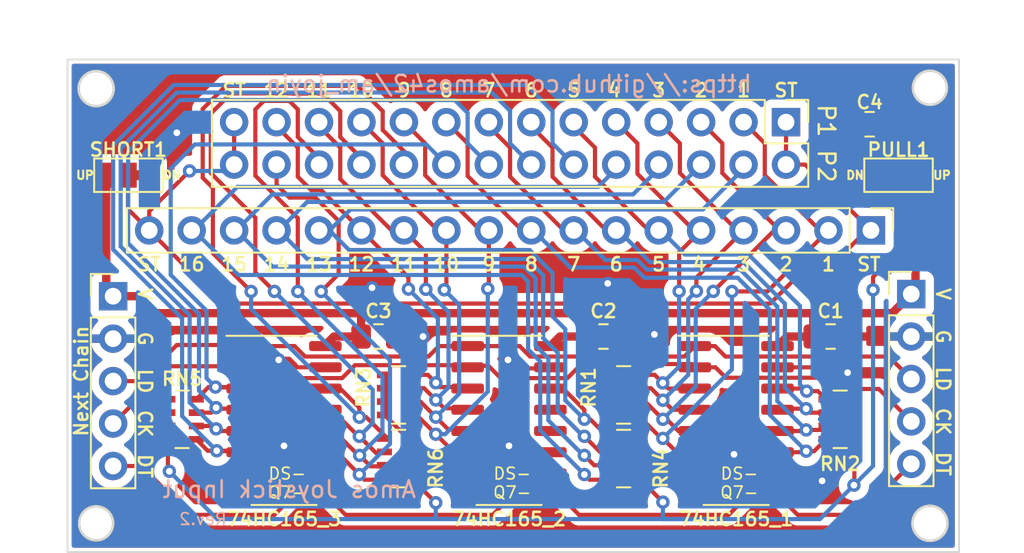
<source format=kicad_pcb>
(kicad_pcb (version 20221018) (generator pcbnew)
  (title_block (title "Joystick Input") (rev "2") (company "Amos Home"))
  (layers (0 "F.Cu" signal) (31 "B.Cu" signal) (34 "B.Paste" user) (35 "F.Paste" user) (36 "B.SilkS" user "B.Silkscreen") (37 "F.SilkS" user "F.Silkscreen") (38 "B.Mask" user) (39 "F.Mask" user) (44 "Edge.Cuts" user))
  (net 0 "")
  (net 1 "/PULL")
  (net 2 "VCC")
  (net 3 "GND")
  (net 4 "/D_IN")
  (net 5 "/D_OUT")
  (net 6 "/LOAD")
  (net 7 "/CLK")
  (net 8 "/C_P1_START")
  (net 9 "/C_P1_SELECT")
  (net 10 "/C_P1_A")
  (net 11 "/C_P1_B")
  (net 12 "/C_P1_UP")
  (net 13 "/C_P1_DOWN")
  (net 14 "/C_P1_LEFT")
  (net 15 "/C_P1_RIGHT")
  (net 16 "/C_P1_X")
  (net 17 "/C_P1_Y")
  (net 18 "/C_P1_L")
  (net 19 "/C_P1_R")
  (net 20 "/C_P2_START")
  (net 21 "/C_P2_SELECT")
  (net 22 "/C_P2_A")
  (net 23 "/C_P2_B")
  (net 24 "/C_P2_UP")
  (net 25 "/C_P2_DOWN")
  (net 26 "/C_P2_LEFT")
  (net 27 "/C_P2_RIGHT")
  (net 28 "/C_P2_X")
  (net 29 "/C_P2_Y")
  (net 30 "/C_P2_L")
  (net 31 "/C_P2_R")
  (net 32 "/C_SHORT")
  (net 33 "/D_OUT_2")
  (net 34 "/D_OUT_3")
  (footprint "Connector_PinHeader_2.54mm:PinHeader_1x05_P2.54mm_Vertical" (layer "F.Cu") (at 182.753 97.9424)
    (fp_text reference "OUT1" hide)
    (fp_text value "Conn_01x05_Male")
  )
  (footprint "Connector_PinHeader_2.54mm:PinHeader_2x14_P2.54mm_Vertical" (layer "F.Cu") (at 175.26 87.6554 -90)
    (fp_text reference "J2" hide)
    (fp_text value "Conn_02x14_Odd_Even")
  )
  (footprint "Resistor_SMD:R_Array_Concave_4x0603" (layer "F.Cu") (at 178.4985 105.4354 180)
    (fp_text reference "RN2")
    (fp_text value "10K")
  )
  (footprint "Resistor_SMD:R_Array_Concave_4x0603" (layer "F.Cu") (at 165.5445 103.9749)
    (fp_text reference "RN1")
    (fp_text value "10K")
  )
  (footprint "Resistor_SMD:R_Array_Concave_4x0603" (layer "F.Cu") (at 165.5445 107.7849 180)
    (fp_text reference "RN4")
    (fp_text value "10K")
  )
  (footprint "Resistor_SMD:R_Array_Concave_4x0603" (layer "F.Cu") (at 139.1285 105.4354)
    (fp_text reference "RN5")
    (fp_text value "10K")
  )
  (footprint "Resistor_SMD:R_Array_Concave_4x0603" (layer "F.Cu") (at 152.0825 103.9749)
    (fp_text reference "RN3")
    (fp_text value "10K")
  )
  (footprint "Connector_PinHeader_2.54mm:PinHeader_1x05_P2.54mm_Vertical" (layer "F.Cu") (at 135.001 98.0694)
    (fp_text reference "IN1" hide)
    (fp_text value "Conn_01x05_Male")
  )
  (footprint "Connector_PinHeader_2.54mm:PinHeader_1x18_P2.54mm_Vertical" (layer "F.Cu") (at 180.34 94.1324 -90)
    (fp_text reference "J1" hide)
    (fp_text value "Conn_01x18")
  )
  (footprint "Capacitor_SMD:C_0805_2012Metric_Pad1.18x1.45mm_HandSolder" (layer "F.Cu") (at 177.927 100.4824)
    (fp_text reference "C1")
    (fp_text value "100nF")
  )
  (footprint "Package_SO:SOIC-16_3.9x9.9mm_P1.27mm" (layer "F.Cu") (at 172.2755 105.4989)
    (fp_text reference "74HC165_1")
    (fp_text value "74HC165")
  )
  (footprint "Package_SO:SOIC-16_3.9x9.9mm_P1.27mm" (layer "F.Cu") (at 158.6865 105.4989)
    (fp_text reference "74HC165_2")
    (fp_text value "74HC165")
  )
  (footprint "Package_SO:SOIC-16_3.9x9.9mm_P1.27mm" (layer "F.Cu") (at 145.2245 105.4989)
    (fp_text reference "74HC165_3")
    (fp_text value "74HC165")
  )
  (footprint "Capacitor_SMD:C_0805_2012Metric_Pad1.18x1.45mm_HandSolder" (layer "F.Cu") (at 164.338 100.4824)
    (fp_text reference "C2")
    (fp_text value "100nF")
  )
  (footprint "Capacitor_SMD:C_0805_2012Metric_Pad1.18x1.45mm_HandSolder" (layer "F.Cu") (at 150.876 100.4824)
    (fp_text reference "C3")
    (fp_text value "100nF")
  )
  (footprint "Resistor_SMD:R_Array_Concave_4x0603" (layer "F.Cu") (at 152.0825 107.7849 180)
    (fp_text reference "RN6")
    (fp_text value "10K")
  )
  (footprint "Jumper:SolderJumper-3_P1.3mm_Bridged12_Pad1.0x1.5mm_NumberLabels" (layer "F.Cu") (at 181.991 90.8304 180)
    (fp_text reference "PULL1")
    (fp_text value "JUMPER")
  )
  (footprint "Capacitor_SMD:C_0805_2012Metric_Pad1.18x1.45mm_HandSolder" (layer "F.Cu") (at 180.2638 87.7824 180)
    (fp_text reference "C4")
    (fp_text value "42nF")
  )
  (footprint "Jumper:SolderJumper-3_P1.3mm_Bridged12_Pad1.0x1.5mm_NumberLabels" (layer "F.Cu") (at 135.9154 90.8304 180)
    (fp_text reference "SHORT1")
    (fp_text value "JUMPER")
  )
  (gr_circle (center 183.8706 85.598) (end 184.8866 85.598) (stroke (width 0.15)) (fill none) (layer "Edge.Cuts"))
  (gr_line (start 132.2705 83.9089) (end 185.6105 83.9089) (stroke (width 0.1)) (layer "Edge.Cuts"))
  (gr_circle (center 133.985 85.6488) (end 135.032269 85.6488) (stroke (width 0.15)) (fill none) (layer "Edge.Cuts"))
  (gr_circle (center 183.8706 111.6584) (end 184.917869 111.6584) (stroke (width 0.15)) (fill none) (layer "Edge.Cuts"))
  (gr_circle (center 133.985 111.6584) (end 135.001 111.6584) (stroke (width 0.15)) (fill none) (layer "Edge.Cuts"))
  (gr_line (start 132.2705 113.3729) (end 132.2705 83.9089) (stroke (width 0.1)) (layer "Edge.Cuts"))
  (gr_line (start 185.6105 83.9089) (end 185.6105 113.3729) (stroke (width 0.1)) (layer "Edge.Cuts"))
  (gr_line (start 185.6105 113.3729) (end 132.2705 113.3729) (stroke (width 0.1)) (layer "Edge.Cuts"))
  (gr_text "Rev.2" (at 141.859 111.4044) (layer "B.SilkS") (effects (font (size 0.7 0.7) (thickness 0.1)) (justify left mirror)))
  (gr_text "Amos Joystick Input" (at 145.542 109.6264) (layer "B.SilkS") (effects (font (size 1 1)) (justify mirror)))
  (gr_text "https://github.com/amos42/am_joyin" (at 173.3042 85.9536) (layer "B.SilkS") (effects (font (size 1 1)) (justify left bottom mirror)))
  (gr_text "V" (at 136.906 97.9424 -90) (layer "F.SilkS") (effects (font (size 0.8 0.8))))
  (gr_text "ST" (at 137.16 96.1644) (layer "F.SilkS") (effects (font (size 0.8 0.8))))
  (gr_text "V" (at 184.658 97.9424 270) (layer "F.SilkS") (effects (font (size 0.8 0.8))))
  (gr_text "DS-\nQ7-" (at 145.415 109.2454) (layer "F.SilkS") (effects (font (size 0.7 0.7) (thickness 0.1))))
  (gr_text "DS-\nQ7-" (at 172.466 109.2454) (layer "F.SilkS") (effects (font (size 0.7 0.7) (thickness 0.1))))
  (gr_text "16" (at 139.7 96.1644) (layer "F.SilkS") (effects (font (size 0.8 0.8))))
  (gr_text "13" (at 147.32 96.1644) (layer "F.SilkS") (effects (font (size 0.8 0.8))))
  (gr_text "10" (at 149.86 85.7504) (layer "F.SilkS") (effects (font (size 0.8 0.8))))
  (gr_text "8" (at 154.94 85.7504) (layer "F.SilkS") (effects (font (size 0.8 0.8))))
  (gr_text "6" (at 160.02 85.7504) (layer "F.SilkS") (effects (font (size 0.8 0.8))))
  (gr_text "7" (at 157.48 85.7504) (layer "F.SilkS") (effects (font (size 0.8 0.8))))
  (gr_text "9" (at 152.4 85.7504) (layer "F.SilkS") (effects (font (size 0.8 0.8))))
  (gr_text "4" (at 164.973 85.7504) (layer "F.SilkS") (effects (font (size 0.8 0.8))))
  (gr_text "2" (at 170.18 85.7504) (layer "F.SilkS") (effects (font (size 0.8 0.8))))
  (gr_text "1" (at 172.72 85.7504) (layer "F.SilkS") (effects (font (size 0.8 0.8))))
  (gr_text "5" (at 162.56 85.7504) (layer "F.SilkS") (effects (font (size 0.8 0.8))))
  (gr_text "11" (at 147.32 85.7504) (layer "F.SilkS") (effects (font (size 0.8 0.8))))
  (gr_text "12" (at 144.78 85.7504) (layer "F.SilkS") (effects (font (size 0.8 0.8))))
  (gr_text "ST" (at 175.26 85.7504) (layer "F.SilkS") (effects (font (size 0.8 0.8))))
  (gr_text "3" (at 167.64 85.7504) (layer "F.SilkS") (effects (font (size 0.8 0.8))))
  (gr_text "ST" (at 142.24 85.7504) (layer "F.SilkS") (effects (font (size 0.8 0.8))))
  (gr_text "7" (at 162.56 96.1644) (layer "F.SilkS") (effects (font (size 0.8 0.8))))
  (gr_text "2" (at 175.26 96.1644) (layer "F.SilkS") (effects (font (size 0.8 0.8))))
  (gr_text "1" (at 177.8 96.1644) (layer "F.SilkS") (effects (font (size 0.8 0.8))))
  (gr_text "9" (at 157.48 96.1644) (layer "F.SilkS") (effects (font (size 0.8 0.8))))
  (gr_text "11" (at 152.4 96.1644) (layer "F.SilkS") (effects (font (size 0.8 0.8))))
  (gr_text "8" (at 160.02 96.1644) (layer "F.SilkS") (effects (font (size 0.8 0.8))))
  (gr_text "10" (at 154.94 96.1644) (layer "F.SilkS") (effects (font (size 0.8 0.8))))
  (gr_text "4" (at 170.053 96.1644) (layer "F.SilkS") (effects (font (size 0.8 0.8))))
  (gr_text "12" (at 149.86 96.1644) (layer "F.SilkS") (effects (font (size 0.8 0.8))))
  (gr_text "ST" (at 180.213 96.1644) (layer "F.SilkS") (effects (font (size 0.8 0.8))))
  (gr_text "3" (at 172.72 96.1644) (layer "F.SilkS") (effects (font (size 0.8 0.8))))
  (gr_text "5" (at 167.64 96.1644) (layer "F.SilkS") (effects (font (size 0.8 0.8))))
  (gr_text "6" (at 165.1 96.1644) (layer "F.SilkS") (effects (font (size 0.8 0.8))))
  (gr_text "Next Chain" (at 133.096 103.1494 90) (layer "F.SilkS") (effects (font (size 0.8 0.8))))
  (gr_text "P1 P2" (at 177.673 88.9254 -90) (layer "F.SilkS") (effects (font (size 1 1))))
  (gr_text "CK" (at 136.906 105.6894 -90) (layer "F.SilkS") (effects (font (size 0.8 0.8))))
  (gr_text "DT" (at 136.906 108.2294 -90) (layer "F.SilkS") (effects (font (size 0.8 0.8))))
  (gr_text "LD" (at 136.906 103.1494 -90) (layer "F.SilkS") (effects (font (size 0.8 0.8))))
  (gr_text "DS-\nQ7-" (at 158.877 109.2454) (layer "F.SilkS") (effects (font (size 0.7 0.7) (thickness 0.1))))
  (gr_text "LD" (at 184.658 103.0224 270) (layer "F.SilkS") (effects (font (size 0.8 0.8))))
  (gr_text "14" (at 144.78 96.1644) (layer "F.SilkS") (effects (font (size 0.8 0.8))))
  (gr_text "CK" (at 184.658 105.5624 270) (layer "F.SilkS") (effects (font (size 0.8 0.8))))
  (gr_text "G" (at 184.658 100.4824 270) (layer "F.SilkS") (effects (font (size 0.8 0.8))))
  (gr_text "G" (at 136.906 100.6094 -90) (layer "F.SilkS") (effects (font (size 0.8 0.8))))
  (gr_text "DT" (at 184.658 108.1024 270) (layer "F.SilkS") (effects (font (size 0.8 0.8))))
  (gr_text "15" (at 142.24 96.1644) (layer "F.SilkS") (effects (font (size 0.8 0.8))))
  (segment (start 138.2785 104.2354) (end 138.2785 108.458888) (width 0.25) (layer "F.Cu") (net 1))
  (segment (start 166.3945 106.5849) (end 166.3945 108.8889) (width 0.25) (layer "F.Cu") (net 1))
  (segment (start 179.3485 109.347906) (end 179.324003 109.372403) (width 0.25) (layer "F.Cu") (net 1))
  (segment (start 181.991 95.4024) (end 181.991 90.8304) (width 0.25) (layer "F.Cu") (net 1))
  (segment (start 180.467 96.9264) (end 181.991 95.4024) (width 0.25) (layer "F.Cu") (net 1))
  (segment (start 152.6425 106.5849) (end 152.9325 106.5849) (width 0.25) (layer "F.Cu") (net 1))
  (segment (start 166.1045 106.5849) (end 164.6945 105.1749) (width 0.25) (layer "F.Cu") (net 1))
  (segment (start 180.467 97.6884) (end 180.467 96.9264) (width 0.25) (layer "F.Cu") (net 1))
  (segment (start 151.2325 102.7749) (end 151.3205 102.8629) (width 0.25) (layer "F.Cu") (net 1))
  (segment (start 166.3945 106.5849) (end 166.1045 106.5849) (width 0.25) (layer "F.Cu") (net 1))
  (segment (start 151.3205 102.8629) (end 151.3205 105.0869) (width 0.25) (layer "F.Cu") (net 1))
  (segment (start 151.3205 105.0869) (end 151.2325 105.1749) (width 0.25) (layer "F.Cu") (net 1))
  (segment (start 151.2325 105.1749) (end 152.6425 106.5849) (width 0.25) (layer "F.Cu") (net 1))
  (segment (start 179.3485 104.2354) (end 179.3485 109.347906) (width 0.25) (layer "F.Cu") (net 1))
  (segment (start 138.2785 108.458888) (end 138.366512 108.5469) (width 0.25) (layer "F.Cu") (net 1))
  (segment (start 166.3945 108.8889) (end 167.894 110.3884) (width 0.25) (layer "F.Cu") (net 1))
  (segment (start 164.6945 105.1749) (end 164.6945 102.7749) (width 0.25) (layer "F.Cu") (net 1))
  (segment (start 152.9325 106.5849) (end 152.9325 109.05289) (width 0.25) (layer "F.Cu") (net 1))
  (segment (start 152.9325 109.05289) (end 154.305 110.42539) (width 0.25) (layer "F.Cu") (net 1))
  (via (at 179.324003 109.372403) (size 0.8) (drill 0.4) (layers "F.Cu" "B.Cu") (net 1))
  (via (at 154.305 110.42539) (size 0.8) (drill 0.4) (layers "F.Cu" "B.Cu") (net 1))
  (via (at 180.467 97.6884) (size 0.8) (drill 0.4) (layers "F.Cu" "B.Cu") (net 1))
  (via (at 138.366512 108.5469) (size 0.8) (drill 0.4) (layers "F.Cu" "B.Cu") (net 1))
  (via (at 167.894 110.3884) (size 0.8) (drill 0.4) (layers "F.Cu" "B.Cu") (net 1))
  (segment (start 169.799 111.4044) (end 177.292006 111.4044) (width 0.25) (layer "B.Cu") (net 1))
  (segment (start 178.562006 110.1344) (end 179.324003 109.372403) (width 0.25) (layer "B.Cu") (net 1))
  (segment (start 180.467 108.229406) (end 179.324003 109.372403) (width 0.25) (layer "B.Cu") (net 1))
  (segment (start 180.467 97.6884) (end 180.467 108.229406) (width 0.25) (layer "B.Cu") (net 1))
  (segment (start 167.894 111.4044) (end 167.894 110.3884) (width 0.25) (layer "B.Cu") (net 1))
  (segment (start 169.799 111.4044) (end 167.894 111.4044) (width 0.25) (layer "B.Cu") (net 1))
  (segment (start 161.671 111.4044) (end 169.799 111.4044) (width 0.25) (layer "B.Cu") (net 1))
  (segment (start 154.305 111.4044) (end 154.305 110.42539) (width 0.25) (layer "B.Cu") (net 1))
  (segment (start 141.224012 111.4044) (end 161.671 111.4044) (width 0.25) (layer "B.Cu") (net 1))
  (segment (start 138.366512 108.5469) (end 141.224012 111.4044) (width 0.25) (layer "B.Cu") (net 1))
  (segment (start 177.292006 111.4044) (end 178.562006 110.1344) (width 0.25) (layer "B.Cu") (net 1))
  (segment (start 181.61 99.0854) (end 162.179 99.0854) (width 0.5) (layer "F.Cu") (net 2))
  (segment (start 161.733 100.4824) (end 163.3005 100.4824) (width 0.5) (layer "F.Cu") (net 2))
  (segment (start 183.007 97.6884) (end 183.007 91.1144) (width 0.5) (layer "F.Cu") (net 2))
  (segment (start 161.1615 101.0539) (end 161.733 100.4824) (width 0.5) (layer "F.Cu") (net 2))
  (segment (start 182.2157 87.7824) (end 181.3013 87.7824) (width 0.5) (layer "F.Cu") (net 2))
  (segment (start 147.6995 101.0539) (end 147.6995 100.9919) (width 0.5) (layer "F.Cu") (net 2))
  (segment (start 149.8385 100.4824) (end 149.8385 99.1909) (width 0.5) (layer "F.Cu") (net 2))
  (segment (start 182.753 97.9424) (end 181.61 99.0854) (width 0.5) (layer "F.Cu") (net 2))
  (segment (start 163.3005 100.4824) (end 163.3005 99.1069) (width 0.5) (layer "F.Cu") (net 2))
  (segment (start 183.291 90.8304) (end 183.291 88.8577) (width 0.5) (layer "F.Cu") (net 2))
  (segment (start 147.6995 100.9919) (end 148.209 100.4824) (width 0.5) (layer "F.Cu") (net 2))
  (segment (start 176.8895 100.4824) (end 176.8895 99.1069) (width 0.5) (layer "F.Cu") (net 2))
  (segment (start 135.001 98.0694) (end 136.525 98.0694) (width 0.5) (layer "F.Cu") (net 2))
  (segment (start 137.541 99.0854) (end 149.733 99.0854) (width 0.5) (layer "F.Cu") (net 2))
  (segment (start 176.8895 100.4824) (end 175.322 100.4824) (width 0.5) (layer "F.Cu") (net 2))
  (segment (start 149.8385 99.1909) (end 149.733 99.0854) (width 0.5) (layer "F.Cu") (net 2))
  (segment (start 148.209 100.4824) (end 149.8385 100.4824) (width 0.5) (layer "F.Cu") (net 2))
  (segment (start 175.322 100.4824) (end 174.7505 101.0539) (width 0.5) (layer "F.Cu") (net 2))
  (segment (start 182.753 97.9424) (end 183.007 97.6884) (width 0.5) (layer "F.Cu") (net 2))
  (segment (start 162.179 99.0854) (end 162.433 99.0854) (width 0.5) (layer "F.Cu") (net 2))
  (segment (start 183.291 88.8577) (end 182.2157 87.7824) (width 0.5) (layer "F.Cu") (net 2))
  (segment (start 134.59 97.6584) (end 134.59 90.8304) (width 0.5) (layer "F.Cu") (net 2))
  (segment (start 163.3005 99.1069) (end 163.322 99.0854) (width 0.5) (layer "F.Cu") (net 2))
  (segment (start 149.733 99.0854) (end 162.179 99.0854) (width 0.5) (layer "F.Cu") (net 2))
  (segment (start 183.007 91.1144) (end 183.291 90.8304) (width 0.5) (layer "F.Cu") (net 2))
  (segment (start 162.433 99.0854) (end 163.322 99.0854) (width 0.5) (layer "F.Cu") (net 2))
  (segment (start 136.525 98.0694) (end 137.541 99.0854) (width 0.5) (layer "F.Cu") (net 2))
  (segment (start 135.001 98.0694) (end 134.59 97.6584) (width 0.5) (layer "F.Cu") (net 2))
  (segment (start 137.19 90.8304) (end 137.19 89.9114) (width 0.5) (layer "F.Cu") (net 3))
  (segment (start 161.098 102.3874) (end 159.131 102.3874) (width 0.25) (layer "F.Cu") (net 3))
  (segment (start 137.19 89.9114) (end 138.811 88.2904) (width 0.5) (layer "F.Cu") (net 3))
  (segment (start 178.6255 102.3239) (end 178.943 102.6414) (width 0.25) (layer "F.Cu") (net 3))
  (segment (start 147.6995 102.3239) (end 145.3515 102.3239) (width 0.25) (layer "F.Cu") (net 3))
  (segment (start 159.022999 102.279399) (end 158.623 101.8794) (width 0.25) (layer "F.Cu") (net 3))
  (segment (start 174.7505 102.3239) (end 178.6255 102.3239) (width 0.25) (layer "F.Cu") (net 3))
  (segment (start 159.131 102.3874) (end 159.022999 102.279399) (width 0.25) (layer "F.Cu") (net 3))
  (segment (start 161.098 102.3874) (end 161.1615 102.3239) (width 0.5) (layer "F.Cu") (net 3))
  (segment (start 145.3515 102.3239) (end 144.907 101.8794) (width 0.25) (layer "F.Cu") (net 3))
  (via (at 178.943 102.6414) (size 0.8) (drill 0.4) (layers "F.Cu" "B.Cu") (net 3))
  (via (at 158.623 101.8794) (size 0.8) (drill 0.4) (layers "F.Cu" "B.Cu") (net 3))
  (via (at 158.6865 107.0229) (size 0.8) (drill 0.4) (layers "F.Cu" "B.Cu") (net 3))
  (via (at 164.592 97.3074) (size 0.8) (drill 0.4) (layers "F.Cu" "B.Cu") (net 3))
  (via (at 145.2245 107.0229) (size 0.8) (drill 0.4) (layers "F.Cu" "B.Cu") (net 3))
  (via (at 172.1485 107.5309) (size 0.8) (drill 0.4) (layers "F.Cu" "B.Cu") (net 3))
  (via (at 177.419 109.1184) (size 0.8) (drill 0.4) (layers "F.Cu" "B.Cu") (net 3))
  (via (at 153.543 100.4824) (size 0.8) (drill 0.4) (layers "F.Cu" "B.Cu") (net 3))
  (via (at 167.386 100.3554) (size 0.8) (drill 0.4) (layers "F.Cu" "B.Cu") (net 3))
  (via (at 150.495 97.5614) (size 0.8) (drill 0.4) (layers "F.Cu" "B.Cu") (net 3))
  (via (at 144.907 101.8794) (size 0.8) (drill 0.4) (layers "F.Cu" "B.Cu") (net 3))
  (via (at 138.811 88.2904) (size 0.8) (drill 0.4) (layers "F.Cu" "B.Cu") (net 3))
  (segment (start 139.60254 111.1504) (end 144.653 111.1504) (width 0.25) (layer "F.Cu") (net 4))
  (segment (start 147.1295 108.6739) (end 147.6995 108.6739) (width 0.25) (layer "F.Cu") (net 4))
  (segment (start 136.68154 108.2294) (end 139.60254 111.1504) (width 0.25) (layer "F.Cu") (net 4))
  (segment (start 135.001 108.2294) (end 136.68154 108.2294) (width 0.25) (layer "F.Cu") (net 4))
  (segment (start 144.653 111.1504) (end 147.1295 108.6739) (width 0.25) (layer "F.Cu") (net 4))
  (segment (start 179.705 111.1504) (end 182.753 108.1024) (width 0.25) (layer "F.Cu") (net 5))
  (segment (start 174.7505 109.9439) (end 175.957 111.1504) (width 0.25) (layer "F.Cu") (net 5))
  (segment (start 175.957 111.1504) (end 179.705 111.1504) (width 0.25) (layer "F.Cu") (net 5))
  (segment (start 146.48451 101.67891) (end 153.87049 101.67891) (width 0.25) (layer "F.Cu") (net 6))
  (segment (start 136.652 103.1494) (end 135.001 103.1494) (width 0.25) (layer "F.Cu") (net 6))
  (segment (start 154.4955 101.0539) (end 155.1305 101.0539) (width 0.25) (layer "F.Cu") (net 6))
  (segment (start 169.5005 101.3539) (end 169.8005 101.0539) (width 0.25) (layer "F.Cu") (net 6))
  (segment (start 142.9146 100.9904) (end 138.811 100.9904) (width 0.25) (layer "F.Cu") (net 6))
  (segment (start 156.2115 101.0539) (end 159.3215 101.0539) (width 0.25) (layer "F.Cu") (net 6))
  (segment (start 159.3215 101.0539) (end 159.94651 101.67891) (width 0.25) (layer "F.Cu") (net 6))
  (segment (start 171.63051 101.67891) (end 181.40951 101.67891) (width 0.25) (layer "F.Cu") (net 6))
  (segment (start 169.8005 101.0539) (end 171.0055 101.0539) (width 0.25) (layer "F.Cu") (net 6))
  (segment (start 145.8595 101.0539) (end 146.48451 101.67891) (width 0.25) (layer "F.Cu") (net 6))
  (segment (start 155.1305 101.0539) (end 156.2115 101.0539) (width 0.25) (layer "F.Cu") (net 6))
  (segment (start 181.40951 101.67891) (end 181.903001 102.172401) (width 0.25) (layer "F.Cu") (net 6))
  (segment (start 169.17549 101.67891) (end 169.5005 101.3539) (width 0.25) (layer "F.Cu") (net 6))
  (segment (start 181.903001 102.172401) (end 182.753 103.0224) (width 0.25) (layer "F.Cu") (net 6))
  (segment (start 138.811 100.9904) (end 136.652 103.1494) (width 0.25) (layer "F.Cu") (net 6))
  (segment (start 171.0055 101.0539) (end 171.63051 101.67891) (width 0.25) (layer "F.Cu") (net 6))
  (segment (start 142.7495 101.0539) (end 145.8595 101.0539) (width 0.25) (layer "F.Cu") (net 6))
  (segment (start 159.94651 101.67891) (end 169.17549 101.67891) (width 0.25) (layer "F.Cu") (net 6))
  (segment (start 153.87049 101.67891) (end 154.4955 101.0539) (width 0.25) (layer "F.Cu") (net 6))
  (segment (start 169.8005 102.3239) (end 171.038616 102.3239) (width 0.25) (layer "F.Cu") (net 7))
  (segment (start 156.0845 102.1969) (end 149.473268 102.1969) (width 0.25) (layer "F.Cu") (net 7))
  (segment (start 148.701278 102.96889) (end 144.59949 102.96889) (width 0.25) (layer "F.Cu") (net 7))
  (segment (start 169.8005 102.3239) (end 169.605521 102.128921) (width 0.25) (layer "F.Cu") (net 7))
  (segment (start 171.038616 102.3239) (end 171.663626 102.94891) (width 0.25) (layer "F.Cu") (net 7))
  (segment (start 180.811002 103.620402) (end 182.753 105.5624) (width 0.25) (layer "F.Cu") (net 7))
  (segment (start 178.2425 103.620402) (end 180.811002 103.620402) (width 0.25) (layer "F.Cu") (net 7))
  (segment (start 156.2115 102.3239) (end 156.0845 102.1969) (width 0.25) (layer "F.Cu") (net 7))
  (segment (start 142.686 102.2604) (end 142.7495 102.3239) (width 0.25) (layer "F.Cu") (net 7))
  (segment (start 138.43 102.2604) (end 135.001 105.6894) (width 0.25) (layer "F.Cu") (net 7))
  (segment (start 144.59949 102.96889) (end 143.9545 102.3239) (width 0.25) (layer "F.Cu") (net 7))
  (segment (start 171.663626 102.94891) (end 177.571008 102.94891) (width 0.25) (layer "F.Cu") (net 7))
  (segment (start 163.023227 102.128921) (end 162.183258 102.96889) (width 0.25) (layer "F.Cu") (net 7))
  (segment (start 143.9545 102.3239) (end 142.7495 102.3239) (width 0.25) (layer "F.Cu") (net 7))
  (segment (start 162.183258 102.96889) (end 158.18849 102.96889) (width 0.25) (layer "F.Cu") (net 7))
  (segment (start 158.18849 102.96889) (end 157.4546 102.235) (width 0.25) (layer "F.Cu") (net 7))
  (segment (start 149.473268 102.1969) (end 148.701278 102.96889) (width 0.25) (layer "F.Cu") (net 7))
  (segment (start 177.571008 102.94891) (end 178.2425 103.620402) (width 0.25) (layer "F.Cu") (net 7))
  (segment (start 157.4546 102.235) (end 156.1226 102.235) (width 0.25) (layer "F.Cu") (net 7))
  (segment (start 169.605521 102.128921) (end 163.023227 102.128921) (width 0.25) (layer "F.Cu") (net 7))
  (segment (start 139.7 102.2604) (end 142.686 102.2604) (width 0.25) (layer "F.Cu") (net 7))
  (segment (start 139.7 102.2604) (end 138.43 102.2604) (width 0.25) (layer "F.Cu") (net 7))
  (segment (start 177.162685 103.749585) (end 176.493794 103.749585) (width 0.25) (layer "F.Cu") (net 8))
  (segment (start 174.7505 103.5939) (end 176.338109 103.5939) (width 0.25) (layer "F.Cu") (net 8))
  (segment (start 177.6485 104.2354) (end 177.162685 103.749585) (width 0.25) (layer "F.Cu") (net 8))
  (segment (start 167.767 94.1324) (end 167.043998 94.1324) (width 0.25) (layer "F.Cu") (net 8))
  (segment (start 163.83 90.918402) (end 163.83 89.1794) (width 0.25) (layer "F.Cu") (net 8))
  (segment (start 163.83 89.1794) (end 162.56 87.9094) (width 0.25) (layer "F.Cu") (net 8))
  (segment (start 167.043998 94.1324) (end 163.83 90.918402) (width 0.25) (layer "F.Cu") (net 8))
  (segment (start 176.338109 103.5939) (end 176.493794 103.749585) (width 0.25) (layer "F.Cu") (net 8))
  (via (at 176.493794 103.749585) (size 0.8) (drill 0.4) (layers "F.Cu" "B.Cu") (net 8))
  (segment (start 169.210967 95.576367) (end 173.020967 95.576367) (width 0.25) (layer "B.Cu") (net 8))
  (segment (start 167.767 94.1324) (end 169.210967 95.576367) (width 0.25) (layer "B.Cu") (net 8))
  (segment (start 176.093795 103.349586) (end 176.493794 103.749585) (width 0.25) (layer "B.Cu") (net 8))
  (segment (start 176.093795 98.649195) (end 176.093795 103.349586) (width 0.25) (layer "B.Cu") (net 8))
  (segment (start 173.020967 95.576367) (end 176.093795 98.649195) (width 0.25) (layer "B.Cu") (net 8))
  (segment (start 176.46046 104.8004) (end 176.46048 104.80038) (width 0.25) (layer "F.Cu") (net 9))
  (segment (start 165.227 94.1324) (end 164.503998 94.1324) (width 0.25) (layer "F.Cu") (net 9))
  (segment (start 176.6955 105.0354) (end 176.46048 104.80038) (width 0.25) (layer "F.Cu") (net 9))
  (segment (start 161.29 89.1794) (end 160.02 87.9094) (width 0.25) (layer "F.Cu") (net 9))
  (segment (start 177.6485 105.0354) (end 176.6955 105.0354) (width 0.25) (layer "F.Cu") (net 9))
  (segment (start 174.4838 104.8004) (end 176.46046 104.8004) (width 0.25) (layer "F.Cu") (net 9))
  (segment (start 164.503998 94.1324) (end 161.29 90.918402) (width 0.25) (layer "F.Cu") (net 9))
  (segment (start 161.29 90.918402) (end 161.29 89.1794) (width 0.25) (layer "F.Cu") (net 9))
  (via (at 176.46048 104.80038) (size 0.8) (drill 0.4) (layers "F.Cu" "B.Cu") (net 9))
  (segment (start 165.227 94.1324) (end 167.120978 96.026378) (width 0.25) (layer "B.Cu") (net 9))
  (segment (start 175.190989 98.509852) (end 175.190989 103.530889) (width 0.25) (layer "B.Cu") (net 9))
  (segment (start 167.120978 96.026378) (end 172.707515 96.026378) (width 0.25) (layer "B.Cu") (net 9))
  (segment (start 172.707515 96.026378) (end 175.190989 98.509852) (width 0.25) (layer "B.Cu") (net 9))
  (segment (start 175.190989 103.530889) (end 176.46048 104.80038) (width 0.25) (layer "B.Cu") (net 9))
  (segment (start 176.403 106.1339) (end 176.466504 106.070396) (width 0.25) (layer "F.Cu") (net 10))
  (segment (start 158.75 89.1794) (end 157.48 87.9094) (width 0.25) (layer "F.Cu") (net 10))
  (segment (start 177.413504 106.070396) (end 177.6485 105.8354) (width 0.25) (layer "F.Cu") (net 10))
  (segment (start 174.7505 106.1339) (end 176.403 106.1339) (width 0.25) (layer "F.Cu") (net 10))
  (segment (start 162.687 94.1324) (end 161.963998 94.1324) (width 0.25) (layer "F.Cu") (net 10))
  (segment (start 176.466504 106.070396) (end 177.413504 106.070396) (width 0.25) (layer "F.Cu") (net 10))
  (segment (start 161.963998 94.1324) (end 158.75 90.918402) (width 0.25) (layer "F.Cu") (net 10))
  (segment (start 158.75 90.918402) (end 158.75 89.1794) (width 0.25) (layer "F.Cu") (net 10))
  (via (at 176.466504 106.070396) (size 0.8) (drill 0.4) (layers "F.Cu" "B.Cu") (net 10))
  (segment (start 162.687 94.1324) (end 164.459489 95.904889) (width 0.25) (layer "B.Cu") (net 10))
  (segment (start 172.521115 96.476389) (end 174.740978 98.696252) (width 0.25) (layer "B.Cu") (net 10))
  (segment (start 174.740978 98.696252) (end 174.740978 104.34487) (width 0.25) (layer "B.Cu") (net 10))
  (segment (start 166.934578 96.476389) (end 172.521115 96.476389) (width 0.25) (layer "B.Cu") (net 10))
  (segment (start 166.363078 95.904889) (end 166.934578 96.476389) (width 0.25) (layer "B.Cu") (net 10))
  (segment (start 174.740978 104.34487) (end 176.466504 106.070396) (width 0.25) (layer "B.Cu") (net 10))
  (segment (start 164.459489 95.904889) (end 166.363078 95.904889) (width 0.25) (layer "B.Cu") (net 10))
  (segment (start 156.21 90.874401) (end 156.21 88.9254) (width 0.25) (layer "F.Cu") (net 11))
  (segment (start 176.403 107.4039) (end 176.4665 107.3404) (width 0.25) (layer "F.Cu") (net 11))
  (segment (start 156.21 88.9254) (end 154.94 87.6554) (width 0.25) (layer "F.Cu") (net 11))
  (segment (start 160.02 94.1324) (end 159.467999 94.1324) (width 0.25) (layer "F.Cu") (net 11))
  (segment (start 174.7505 107.4039) (end 176.403 107.4039) (width 0.25) (layer "F.Cu") (net 11))
  (segment (start 177.6485 106.6354) (end 176.9435 107.3404) (width 0.25) (layer "F.Cu") (net 11))
  (segment (start 176.9435 107.3404) (end 176.4665 107.3404) (width 0.25) (layer "F.Cu") (net 11))
  (segment (start 159.467999 94.1324) (end 156.21 90.874401) (width 0.25) (layer "F.Cu") (net 11))
  (via (at 176.4665 107.3404) (size 0.8) (drill 0.4) (layers "F.Cu" "B.Cu") (net 11))
  (segment (start 162.3695 96.3549) (end 166.176678 96.3549) (width 0.25) (layer "B.Cu") (net 11))
  (segment (start 174.290967 98.882652) (end 174.290967 105.164867) (width 0.25) (layer "B.Cu") (net 11))
  (segment (start 166.176678 96.3549) (end 166.785176 96.963398) (width 0.25) (layer "B.Cu") (net 11))
  (segment (start 174.290967 105.164867) (end 176.4665 107.3404) (width 0.25) (layer "B.Cu") (net 11))
  (segment (start 166.785176 96.963398) (end 172.371713 96.963398) (width 0.25) (layer "B.Cu") (net 11))
  (segment (start 160.147 94.1324) (end 162.3695 96.3549) (width 0.25) (layer "B.Cu") (net 11))
  (segment (start 172.371713 96.963398) (end 174.290967 98.882652) (width 0.25) (layer "B.Cu") (net 11))
  (segment (start 177.8 94.1324) (end 177.292 94.1324) (width 0.25) (layer "F.Cu") (net 12))
  (segment (start 174.147021 97.785379) (end 172.023711 97.785379) (width 0.25) (layer "F.Cu") (net 12))
  (segment (start 168.719496 107.4039) (end 167.893996 106.5784) (width 0.25) (layer "F.Cu") (net 12))
  (segment (start 173.99 90.8304) (end 173.99 88.9254) (width 0.25) (layer "F.Cu") (net 12))
  (segment (start 173.99 88.9254) (end 172.72 87.6554) (width 0.25) (layer "F.Cu") (net 12))
  (segment (start 169.8005 107.4039) (end 168.719496 107.4039) (width 0.25) (layer "F.Cu") (net 12))
  (segment (start 167.798 106.5784) (end 167.893996 106.5784) (width 0.25) (layer "F.Cu") (net 12))
  (segment (start 177.8 94.1324) (end 174.147021 97.785379) (width 0.25) (layer "F.Cu") (net 12))
  (segment (start 177.292 94.1324) (end 173.99 90.8304) (width 0.25) (layer "F.Cu") (net 12))
  (segment (start 166.3945 105.1749) (end 167.798 106.5784) (width 0.25) (layer "F.Cu") (net 12))
  (via (at 167.893996 106.5784) (size 0.8) (drill 0.4) (layers "F.Cu" "B.Cu") (net 12))
  (via (at 172.023711 97.785379) (size 0.8) (drill 0.4) (layers "F.Cu" "B.Cu") (net 12))
  (segment (start 172.023711 102.448685) (end 172.023711 97.785379) (width 0.25) (layer "B.Cu") (net 12))
  (segment (start 167.893996 106.5784) (end 172.023711 102.448685) (width 0.25) (layer "B.Cu") (net 12))
  (segment (start 174.554392 94.1324) (end 170.906696 97.780096) (width 0.25) (layer "F.Cu") (net 13))
  (segment (start 174.794555 94.1324) (end 174.554392 94.1324) (width 0.25) (layer "F.Cu") (net 13))
  (segment (start 167.493999 105.035401) (end 167.893998 105.4354) (width 0.25) (layer "F.Cu") (net 13))
  (segment (start 166.3945 104.3749) (end 166.833498 104.3749) (width 0.25) (layer "F.Cu") (net 13))
  (segment (start 174.879 94.1324) (end 171.45 90.7034) (width 0.25) (layer "F.Cu") (net 13))
  (segment (start 175.058119 94.1324) (end 174.794555 94.1324) (width 0.25) (layer "F.Cu") (net 13))
  (segment (start 168.127 105.4354) (end 167.893998 105.4354) (width 0.25) (layer "F.Cu") (net 13))
  (segment (start 171.45 88.9254) (end 170.18 87.6554) (width 0.25) (layer "F.Cu") (net 13))
  (segment (start 168.8255 106.1339) (end 168.127 105.4354) (width 0.25) (layer "F.Cu") (net 13))
  (segment (start 175.058119 94.1324) (end 175.26 94.1324) (width 0.25) (layer "F.Cu") (net 13))
  (segment (start 175.26 94.1324) (end 174.879 94.1324) (width 0.25) (layer "F.Cu") (net 13))
  (segment (start 171.45 90.7034) (end 171.45 88.9254) (width 0.25) (layer "F.Cu") (net 13))
  (segment (start 166.833498 104.3749) (end 167.493999 105.035401) (width 0.25) (layer "F.Cu") (net 13))
  (segment (start 169.8005 106.1339) (end 168.8255 106.1339) (width 0.25) (layer "F.Cu") (net 13))
  (segment (start 174.794555 94.1324) (end 175.26 94.1324) (width 0.25) (layer "F.Cu") (net 13))
  (via (at 167.893998 105.4354) (size 0.8) (drill 0.4) (layers "F.Cu" "B.Cu") (net 13))
  (via (at 170.906696 97.780096) (size 0.8) (drill 0.4) (layers "F.Cu" "B.Cu") (net 13))
  (segment (start 169.856989 98.829803) (end 169.856989 103.472409) (width 0.25) (layer "B.Cu") (net 13))
  (segment (start 170.906696 97.780096) (end 169.856989 98.829803) (width 0.25) (layer "B.Cu") (net 13))
  (segment (start 169.856989 103.472409) (end 167.893998 105.4354) (width 0.25) (layer "B.Cu") (net 13))
  (segment (start 169.898486 96.953914) (end 169.898486 97.762986) (width 0.25) (layer "F.Cu") (net 14))
  (segment (start 169.8005 104.8639) (end 168.4655 104.8639) (width 0.25) (layer "F.Cu") (net 14))
  (segment (start 166.3945 103.5749) (end 167.1765 103.5749) (width 0.25) (layer "F.Cu") (net 14))
  (segment (start 172.339 94.1324) (end 168.91 90.7034) (width 0.25) (layer "F.Cu") (net 14))
  (segment (start 172.72 94.1324) (end 172.339 94.1324) (width 0.25) (layer "F.Cu") (net 14))
  (segment (start 168.4655 104.8639) (end 167.894 104.2924) (width 0.25) (layer "F.Cu") (net 14))
  (segment (start 168.91 88.9254) (end 167.64 87.6554) (width 0.25) (layer "F.Cu") (net 14))
  (segment (start 167.1765 103.5749) (end 167.894 104.2924) (width 0.25) (layer "F.Cu") (net 14))
  (segment (start 172.72 94.1324) (end 169.898486 96.953914) (width 0.25) (layer "F.Cu") (net 14))
  (segment (start 168.91 90.7034) (end 168.91 88.9254) (width 0.25) (layer "F.Cu") (net 14))
  (via (at 167.894 104.2924) (size 0.8) (drill 0.4) (layers "F.Cu" "B.Cu") (net 14))
  (via (at 169.898486 97.762986) (size 0.8) (drill 0.4) (layers "F.Cu" "B.Cu") (net 14))
  (segment (start 169.406978 102.779422) (end 167.894 104.2924) (width 0.25) (layer "B.Cu") (net 14))
  (segment (start 169.406978 98.254494) (end 169.406978 102.779422) (width 0.25) (layer "B.Cu") (net 14))
  (segment (start 169.898486 97.762986) (end 169.406978 98.254494) (width 0.25) (layer "B.Cu") (net 14))
  (segment (start 165.1 87.6554) (end 166.37 88.9254) (width 0.25) (layer "F.Cu") (net 15))
  (segment (start 168.864392 95.448008) (end 168.864392 97.773619) (width 0.25) (layer "F.Cu") (net 15))
  (segment (start 167.40182 102.7749) (end 167.88585 103.25893) (width 0.25) (layer "F.Cu") (net 15))
  (segment (start 166.3945 102.7749) (end 167.40182 102.7749) (width 0.25) (layer "F.Cu") (net 15))
  (segment (start 169.8005 103.5939) (end 168.22082 103.5939) (width 0.25) (layer "F.Cu") (net 15))
  (segment (start 169.754999 94.1324) (end 170.18 94.1324) (width 0.25) (layer "F.Cu") (net 15))
  (segment (start 166.37 88.9254) (end 166.37 90.747401) (width 0.25) (layer "F.Cu") (net 15))
  (segment (start 170.18 94.1324) (end 168.864392 95.448008) (width 0.25) (layer "F.Cu") (net 15))
  (segment (start 166.37 90.747401) (end 169.754999 94.1324) (width 0.25) (layer "F.Cu") (net 15))
  (segment (start 168.22082 103.5939) (end 167.88585 103.25893) (width 0.25) (layer "F.Cu") (net 15))
  (via (at 168.864392 97.773619) (size 0.8) (drill 0.4) (layers "F.Cu" "B.Cu") (net 15))
  (via (at 167.88585 103.25893) (size 0.8) (drill 0.4) (layers "F.Cu" "B.Cu") (net 15))
  (segment (start 168.864392 97.773619) (end 168.864392 102.280388) (width 0.25) (layer "B.Cu") (net 15))
  (segment (start 168.864392 102.280388) (end 167.88585 103.25893) (width 0.25) (layer "B.Cu") (net 15))
  (segment (start 157.48 94.1324) (end 156.972 94.1324) (width 0.25) (layer "F.Cu") (net 16))
  (segment (start 156.972 94.1324) (end 153.67 90.8304) (width 0.25) (layer "F.Cu") (net 16))
  (segment (start 156.2115 107.4039) (end 155.3845 107.4039) (width 0.25) (layer "F.Cu") (net 16))
  (segment (start 157.48 94.1324) (end 157.48 97.5614) (width 0.25) (layer "F.Cu") (net 16))
  (segment (start 155.3845 107.4039) (end 154.305 106.3244) (width 0.25) (layer "F.Cu") (net 16))
  (segment (start 153.67 88.9254) (end 152.4 87.6554) (width 0.25) (layer "F.Cu") (net 16))
  (segment (start 153.67 90.8304) (end 153.67 88.9254) (width 0.25) (layer "F.Cu") (net 16))
  (segment (start 153.1865 105.1749) (end 153.1865 105.2059) (width 0.25) (layer "F.Cu") (net 16))
  (segment (start 153.1865 105.2059) (end 154.305 106.3244) (width 0.25) (layer "F.Cu") (net 16))
  (segment (start 157.48 97.5614) (end 157.4165 97.6249) (width 0.25) (layer "F.Cu") (net 16))
  (via (at 154.305 106.3244) (size 0.8) (drill 0.4) (layers "F.Cu" "B.Cu") (net 16))
  (via (at 157.4165 97.6249) (size 0.8) (drill 0.4) (layers "F.Cu" "B.Cu") (net 16))
  (segment (start 157.4165 103.778585) (end 154.870685 106.3244) (width 0.25) (layer "B.Cu") (net 16))
  (segment (start 154.870685 106.3244) (end 154.305 106.3244) (width 0.25) (layer "B.Cu") (net 16))
  (segment (start 157.4165 97.6249) (end 157.4165 103.778585) (width 0.25) (layer "B.Cu") (net 16))
  (segment (start 154.432 94.1324) (end 151.13 90.8304) (width 0.25) (layer "F.Cu") (net 17))
  (segment (start 155.05092 106.045) (end 154.30966 105.30374) (width 0.25) (layer "F.Cu") (net 17))
  (segment (start 151.13 88.9254) (end 149.86 87.6554) (width 0.25) (layer "F.Cu") (net 17))
  (segment (start 151.13 90.8304) (end 151.13 88.9254) (width 0.25) (layer "F.Cu") (net 17))
  (segment (start 153.1865 104.3749) (end 153.38082 104.3749) (width 0.25) (layer "F.Cu") (net 17))
  (segment (start 154.94 94.1324) (end 154.432 94.1324) (width 0.25) (layer "F.Cu") (net 17))
  (segment (start 153.38082 104.3749) (end 154.30966 105.30374) (width 0.25) (layer "F.Cu") (net 17))
  (segment (start 154.94 97.56138) (end 154.813 97.68838) (width 0.25) (layer "F.Cu") (net 17))
  (segment (start 156.5036 106.045) (end 155.05092 106.045) (width 0.25) (layer "F.Cu") (net 17))
  (segment (start 154.94 94.1324) (end 154.94 97.56138) (width 0.25) (layer "F.Cu") (net 17))
  (via (at 154.30966 105.30374) (size 0.8) (drill 0.4) (layers "F.Cu" "B.Cu") (net 17))
  (via (at 154.813 97.68838) (size 0.8) (drill 0.4) (layers "F.Cu" "B.Cu") (net 17))
  (segment (start 154.30966 105.30374) (end 155.702 103.9114) (width 0.25) (layer "B.Cu") (net 17))
  (segment (start 155.702 103.9114) (end 155.702 98.57738) (width 0.25) (layer "B.Cu") (net 17))
  (segment (start 155.702 98.57738) (end 154.813 97.68838) (width 0.25) (layer "B.Cu") (net 17))
  (segment (start 152.4 94.1324) (end 153.711569 95.443969) (width 0.25) (layer "F.Cu") (net 18))
  (segment (start 153.1865 103.5749) (end 153.60614 103.5749) (width 0.25) (layer "F.Cu") (net 18))
  (segment (start 152.4 94.1324) (end 151.662188 94.1324) (width 0.25) (layer "F.Cu") (net 18))
  (segment (start 151.662188 94.1324) (end 148.59 91.060212) (width 0.25) (layer "F.Cu") (net 18))
  (segment (start 148.59 91.060212) (end 148.59 89.1794) (width 0.25) (layer "F.Cu") (net 18))
  (segment (start 153.711569 95.443969) (end 153.711569 97.657167) (width 0.25) (layer "F.Cu") (net 18))
  (segment (start 156.5036 104.775) (end 154.80624 104.775) (width 0.25) (layer "F.Cu") (net 18))
  (segment (start 153.60614 103.5749) (end 154.30966 104.27842) (width 0.25) (layer "F.Cu") (net 18))
  (segment (start 154.80624 104.775) (end 154.30966 104.27842) (width 0.25) (layer "F.Cu") (net 18))
  (segment (start 148.59 89.1794) (end 147.32 87.9094) (width 0.25) (layer "F.Cu") (net 18))
  (via (at 153.711569 97.657167) (size 0.8) (drill 0.4) (layers "F.Cu" "B.Cu") (net 18))
  (via (at 154.30966 104.27842) (size 0.8) (drill 0.4) (layers "F.Cu" "B.Cu") (net 18))
  (segment (start 154.30966 104.27842) (end 155.067 103.52108) (width 0.25) (layer "B.Cu") (net 18))
  (segment (start 155.067 103.52108) (end 155.067 99.012598) (width 0.25) (layer "B.Cu") (net 18))
  (segment (start 155.067 99.012598) (end 153.711569 97.657167) (width 0.25) (layer "B.Cu") (net 18))
  (segment (start 149.86 94.1324) (end 147.447 91.7194) (width 0.25) (layer "F.Cu") (net 19))
  (segment (start 149.86 94.1324) (end 152.671066 96.943466) (width 0.25) (layer "F.Cu") (net 19))
  (segment (start 153.831459 102.7749) (end 154.30966 103.253101) (width 0.25) (layer "F.Cu") (net 19))
  (segment (start 146.05 90.918402) (end 146.05 89.1794) (width 0.25) (layer "F.Cu") (net 19))
  (segment (start 146.05 89.1794) (end 144.78 87.9094) (width 0.25) (layer "F.Cu") (net 19))
  (segment (start 153.1865 102.7749) (end 153.831459 102.7749) (width 0.25) (layer "F.Cu") (net 19))
  (segment (start 146.850998 91.7194) (end 146.05 90.918402) (width 0.25) (layer "F.Cu") (net 19))
  (segment (start 154.561559 103.505) (end 154.30966 103.253101) (width 0.25) (layer "F.Cu") (net 19))
  (segment (start 152.671066 96.943466) (end 152.671066 97.641983) (width 0.25) (layer "F.Cu") (net 19))
  (segment (start 147.447 91.7194) (end 146.850998 91.7194) (width 0.25) (layer "F.Cu") (net 19))
  (segment (start 156.5036 103.505) (end 154.561559 103.505) (width 0.25) (layer "F.Cu") (net 19))
  (via (at 154.30966 103.253101) (size 0.8) (drill 0.4) (layers "F.Cu" "B.Cu") (net 19))
  (via (at 152.671066 97.641983) (size 0.8) (drill 0.4) (layers "F.Cu" "B.Cu") (net 19))
  (segment (start 154.30966 103.253101) (end 154.432 103.130761) (width 0.25) (layer "B.Cu") (net 19))
  (segment (start 154.432 103.130761) (end 154.432 99.402917) (width 0.25) (layer "B.Cu") (net 19))
  (segment (start 154.432 99.402917) (end 152.671066 97.641983) (width 0.25) (layer "B.Cu") (net 19))
  (segment (start 139.9785 106.6354) (end 140.6581 107.315) (width 0.25) (layer "F.Cu") (net 20))
  (segment (start 142.94 107.3404) (end 141.224 107.3404) (width 0.25) (layer "F.Cu") (net 20))
  (segment (start 141.224 107.3404) (end 141.1986 107.315) (width 0.25) (layer "F.Cu") (net 20))
  (segment (start 140.6581 107.315) (end 142.94 107.315) (width 0.25) (layer "F.Cu") (net 20))
  (via (at 141.1986 107.315) (size 0.8) (drill 0.4) (layers "F.Cu" "B.Cu") (net 20))
  (segment (start 135.001 89.0524) (end 135.001 95.2754) (width 0.25) (layer "B.Cu") (net 20))
  (segment (start 161.29 86.9964) (end 159.7265 85.4329) (width 0.25) (layer "B.Cu") (net 20))
  (segment (start 159.7265 85.4329) (end 138.6205 85.4329) (width 0.25) (layer "B.Cu") (net 20))
  (segment (start 139.1285 105.2449) (end 141.1986 107.315) (width 0.25) (layer "B.Cu") (net 20))
  (segment (start 135.001 95.2754) (end 139.1285 99.4029) (width 0.25) (layer "B.Cu") (net 20))
  (segment (start 162.56 90.1954) (end 161.29 88.9254) (width 0.25) (layer "B.Cu") (net 20))
  (segment (start 139.1285 99.4029) (end 139.1285 105.2449) (width 0.25) (layer "B.Cu") (net 20))
  (segment (start 161.29 88.9254) (end 161.29 86.9964) (width 0.25) (layer "B.Cu") (net 20))
  (segment (start 138.6205 85.4329) (end 135.001 89.0524) (width 0.25) (layer "B.Cu") (net 20))
  (segment (start 140.989 105.8354) (end 141.1605 106.0069) (width 0.25) (layer "F.Cu") (net 21))
  (segment (start 141.2875 106.1339) (end 141.1605 106.0069) (width 0.25) (layer "F.Cu") (net 21))
  (segment (start 139.9785 105.8354) (end 140.989 105.8354) (width 0.25) (layer "F.Cu") (net 21))
  (segment (start 142.7495 106.1339) (end 141.2875 106.1339) (width 0.25) (layer "F.Cu") (net 21))
  (via (at 141.1605 106.0069) (size 0.8) (drill 0.4) (layers "F.Cu" "B.Cu") (net 21))
  (segment (start 158.75 88.9254) (end 158.75 86.976399) (width 0.25) (layer "B.Cu") (net 21))
  (segment (start 139.578511 99.2165) (end 139.578511 104.424911) (width 0.25) (layer "B.Cu") (net 21))
  (segment (start 139.578511 104.424911) (end 141.1605 106.0069) (width 0.25) (layer "B.Cu") (net 21))
  (segment (start 158.75 86.976399) (end 157.656512 85.882911) (width 0.25) (layer "B.Cu") (net 21))
  (segment (start 135.451011 89.238799) (end 135.451011 95.089) (width 0.25) (layer "B.Cu") (net 21))
  (segment (start 160.02 90.1954) (end 158.75 88.9254) (width 0.25) (layer "B.Cu") (net 21))
  (segment (start 138.806899 85.882911) (end 135.451011 89.238799) (width 0.25) (layer "B.Cu") (net 21))
  (segment (start 157.656512 85.882911) (end 138.806899 85.882911) (width 0.25) (layer "B.Cu") (net 21))
  (segment (start 135.451011 95.089) (end 139.578511 99.2165) (width 0.25) (layer "B.Cu") (net 21))
  (segment (start 142.94 104.8004) (end 141.224 104.8004) (width 0.25) (layer "F.Cu") (net 22))
  (segment (start 140.862 105.0354) (end 141.1605 104.7369) (width 0.25) (layer "F.Cu") (net 22))
  (segment (start 141.224 104.8004) (end 141.1605 104.7369) (width 0.25) (layer "F.Cu") (net 22))
  (segment (start 139.9785 105.0354) (end 140.862 105.0354) (width 0.25) (layer "F.Cu") (net 22))
  (segment (start 142.6796 105.0354) (end 142.94 104.775) (width 0.25) (layer "F.Cu") (net 22))
  (via (at 141.1605 104.7369) (size 0.8) (drill 0.4) (layers "F.Cu" "B.Cu") (net 22))
  (segment (start 156.21 87.103399) (end 155.439523 86.332922) (width 0.25) (layer "B.Cu") (net 22))
  (segment (start 138.993298 86.332922) (end 135.901022 89.425198) (width 0.25) (layer "B.Cu") (net 22))
  (segment (start 155.439523 86.332922) (end 138.993298 86.332922) (width 0.25) (layer "B.Cu") (net 22))
  (segment (start 135.901022 89.425198) (end 135.901022 94.9026) (width 0.25) (layer "B.Cu") (net 22))
  (segment (start 140.138989 99.140567) (end 140.138989 103.715389) (width 0.25) (layer "B.Cu") (net 22))
  (segment (start 157.48 90.1954) (end 156.21 88.9254) (width 0.25) (layer "B.Cu") (net 22))
  (segment (start 135.901022 94.9026) (end 140.138989 99.140567) (width 0.25) (layer "B.Cu") (net 22))
  (segment (start 156.21 88.9254) (end 156.21 87.103399) (width 0.25) (layer "B.Cu") (net 22))
  (segment (start 140.138989 103.715389) (end 141.1605 104.7369) (width 0.25) (layer "B.Cu") (net 22))
  (segment (start 139.9785 104.2354) (end 140.7089 103.505) (width 0.25) (layer "F.Cu") (net 23))
  (segment (start 141.1478 103.5304) (end 141.1224 103.505) (width 0.25) (layer "F.Cu") (net 23))
  (segment (start 142.94 103.5304) (end 141.1478 103.5304) (width 0.25) (layer "F.Cu") (net 23))
  (segment (start 140.7089 103.505) (end 142.94 103.505) (width 0.25) (layer "F.Cu") (net 23))
  (via (at 141.1224 103.505) (size 0.8) (drill 0.4) (layers "F.Cu" "B.Cu") (net 23))
  (segment (start 138.446533 96.796074) (end 140.589 98.938541) (width 0.25) (layer "B.Cu") (net 23))
  (segment (start 140.589 102.9716) (end 141.1224 103.505) (width 0.25) (layer "B.Cu") (net 23))
  (segment (start 153.7335 88.9889) (end 139.8905 88.9889) (width 0.25) (layer "B.Cu") (net 23))
  (segment (start 139.8905 88.9889) (end 138.446533 90.432867) (width 0.25) (layer "B.Cu") (net 23))
  (segment (start 138.446533 90.432867) (end 138.446533 96.796074) (width 0.25) (layer "B.Cu") (net 23))
  (segment (start 140.589 98.938541) (end 140.589 102.9716) (width 0.25) (layer "B.Cu") (net 23))
  (segment (start 154.94 90.1954) (end 153.7335 88.9889) (width 0.25) (layer "B.Cu") (net 23))
  (segment (start 163.195 104.869727) (end 161.919173 103.5939) (width 0.25) (layer "F.Cu") (net 24))
  (segment (start 161.919173 103.5939) (end 161.1615 103.5939) (width 0.25) (layer "F.Cu") (net 24))
  (segment (start 163.545012 105.435412) (end 163.195 105.435412) (width 0.25) (layer "F.Cu") (net 24))
  (segment (start 163.195 105.435412) (end 163.195 104.869727) (width 0.25) (layer "F.Cu") (net 24))
  (segment (start 164.6945 106.5849) (end 163.545012 105.435412) (width 0.25) (layer "F.Cu") (net 24))
  (via (at 163.195 105.435412) (size 0.8) (drill 0.4) (layers "F.Cu" "B.Cu") (net 24))
  (segment (start 159.925001 95.307401) (end 161.29 96.6724) (width 0.25) (layer "B.Cu") (net 24))
  (segment (start 172.72 90.4494) (end 170.290467 92.878933) (width 0.25) (layer "B.Cu") (net 24))
  (segment (start 149.19971 92.878933) (end 147.946243 94.1324) (width 0.25) (layer "B.Cu") (net 24))
  (segment (start 149.121244 95.307401) (end 159.925001 95.307401) (width 0.25) (layer "B.Cu") (net 24))
  (segment (start 162.052 100.038442) (end 162.052 104.292412) (width 0.25) (layer "B.Cu") (net 24))
  (segment (start 162.052 104.292412) (end 163.195 105.435412) (width 0.25) (layer "B.Cu") (net 24))
  (segment (start 161.29 96.6724) (end 161.29 99.276442) (width 0.25) (layer "B.Cu") (net 24))
  (segment (start 170.290467 92.878933) (end 149.19971 92.878933) (width 0.25) (layer "B.Cu") (net 24))
  (segment (start 147.946243 94.1324) (end 149.121244 95.307401) (width 0.25) (layer "B.Cu") (net 24))
  (segment (start 161.29 99.276442) (end 162.052 100.038442) (width 0.25) (layer "B.Cu") (net 24))
  (segment (start 163.13001 106.45141) (end 163.195 106.45141) (width 0.25) (layer "F.Cu") (net 25))
  (segment (start 161.4536 104.775) (end 163.13001 106.45141) (width 0.25) (layer "F.Cu") (net 25))
  (segment (start 164.6945 107.3849) (end 164.12849 107.3849) (width 0.25) (layer "F.Cu") (net 25))
  (segment (start 164.12849 107.3849) (end 163.195 106.45141) (width 0.25) (layer "F.Cu") (net 25))
  (via (at 163.195 106.45141) (size 0.8) (drill 0.4) (layers "F.Cu" "B.Cu") (net 25))
  (segment (start 159.762318 95.8469) (end 160.728599 96.813183) (width 0.25) (layer "B.Cu") (net 25))
  (segment (start 163.138006 106.45141) (end 163.195 106.45141) (width 0.25) (layer "B.Cu") (net 25))
  (segment (start 160.728599 96.813183) (end 160.728599 100.571273) (width 0.25) (layer "B.Cu") (net 25))
  (segment (start 146.6215 95.8469) (end 159.762318 95.8469) (width 0.25) (layer "B.Cu") (net 25))
  (segment (start 170.18 90.1954) (end 167.946478 92.428922) (width 0.25) (layer "B.Cu") (net 25))
  (segment (start 167.946478 92.428922) (end 146.610478 92.428922) (width 0.25) (layer "B.Cu") (net 25))
  (segment (start 161.601989 104.915393) (end 163.138006 106.45141) (width 0.25) (layer "B.Cu") (net 25))
  (segment (start 146.610478 92.428922) (end 144.907 94.1324) (width 0.25) (layer "B.Cu") (net 25))
  (segment (start 160.728599 100.571273) (end 161.601989 101.444663) (width 0.25) (layer "B.Cu") (net 25))
  (segment (start 144.907 94.1324) (end 146.6215 95.8469) (width 0.25) (layer "B.Cu") (net 25))
  (segment (start 161.601989 101.444663) (end 161.601989 104.915393) (width 0.25) (layer "B.Cu") (net 25))
  (segment (start 163.7855 108.1849) (end 163.195 107.5944) (width 0.25) (layer "F.Cu") (net 26))
  (segment (start 161.1615 106.1339) (end 161.677498 106.1339) (width 0.25) (layer "F.Cu") (net 26))
  (segment (start 161.677498 106.1339) (end 163.137998 107.5944) (width 0.25) (layer "F.Cu") (net 26))
  (segment (start 164.6945 108.1849) (end 163.7855 108.1849) (width 0.25) (layer "F.Cu") (net 26))
  (segment (start 163.137998 107.5944) (end 163.195 107.5944) (width 0.25) (layer "F.Cu") (net 26))
  (via (at 163.195 107.5944) (size 0.8) (drill 0.4) (layers "F.Cu" "B.Cu") (net 26))
  (segment (start 161.040978 105.497382) (end 163.137996 107.5944) (width 0.25) (layer "B.Cu") (net 26))
  (segment (start 161.040978 101.789504) (end 161.040978 105.497382) (width 0.25) (layer "B.Cu") (net 26))
  (segment (start 159.575917 96.296911) (end 160.278588 96.999583) (width 0.25) (layer "B.Cu") (net 26))
  (segment (start 167.64 90.4494) (end 166.110489 91.978911) (width 0.25) (layer "B.Cu") (net 26))
  (segment (start 160.278588 96.999583) (end 160.278588 101.027114) (width 0.25) (layer "B.Cu") (net 26))
  (segment (start 144.531511 96.296911) (end 159.575917 96.296911) (width 0.25) (layer "B.Cu") (net 26))
  (segment (start 160.278588 101.027114) (end 161.040978 101.789504) (width 0.25) (layer "B.Cu") (net 26))
  (segment (start 144.520489 91.978911) (end 142.367 94.1324) (width 0.25) (layer "B.Cu") (net 26))
  (segment (start 142.367 94.1324) (end 144.531511 96.296911) (width 0.25) (layer "B.Cu") (net 26))
  (segment (start 166.110489 91.978911) (end 144.520489 91.978911) (width 0.25) (layer "B.Cu") (net 26))
  (segment (start 163.137996 107.5944) (end 163.195 107.5944) (width 0.25) (layer "B.Cu") (net 26))
  (segment (start 163.506004 109.0484) (end 163.195004 108.7374) (width 0.25) (layer "F.Cu") (net 27))
  (segment (start 161.4536 107.315) (end 161.772604 107.315) (width 0.25) (layer "F.Cu") (net 27))
  (segment (start 164.9485 109.0484) (end 163.506004 109.0484) (width 0.25) (layer "F.Cu") (net 27))
  (segment (start 161.772604 107.315) (end 163.195004 108.7374) (width 0.25) (layer "F.Cu") (net 27))
  (via (at 163.195004 108.7374) (size 0.8) (drill 0.4) (layers "F.Cu" "B.Cu") (net 27))
  (segment (start 160.554501 106.096897) (end 163.195004 108.7374) (width 0.25) (layer "B.Cu") (net 27))
  (segment (start 165.1 90.4494) (end 164.0205 91.5289) (width 0.25) (layer "B.Cu") (net 27))
  (segment (start 142.4305 91.5289) (end 139.827 94.1324) (width 0.25) (layer "B.Cu") (net 27))
  (segment (start 142.494 96.7994) (end 159.441994 96.7994) (width 0.25) (layer "B.Cu") (net 27))
  (segment (start 160.554501 101.975899) (end 160.554501 106.096897) (width 0.25) (layer "B.Cu") (net 27))
  (segment (start 159.441994 96.7994) (end 159.828577 97.185983) (width 0.25) (layer "B.Cu") (net 27))
  (segment (start 164.0205 91.5289) (end 142.4305 91.5289) (width 0.25) (layer "B.Cu") (net 27))
  (segment (start 139.827 94.1324) (end 142.494 96.7994) (width 0.25) (layer "B.Cu") (net 27))
  (segment (start 159.828577 101.249975) (end 160.554501 101.975899) (width 0.25) (layer "B.Cu") (net 27))
  (segment (start 159.828577 97.185983) (end 159.828577 101.249975) (width 0.25) (layer "B.Cu") (net 27))
  (segment (start 140.97 91.5924) (end 140.97 95.499378) (width 0.25) (layer "F.Cu") (net 28))
  (segment (start 140.97 95.499378) (end 143.256001 97.785379) (width 0.25) (layer "F.Cu") (net 28))
  (segment (start 140.361501 86.865488) (end 140.361501 90.983901) (width 0.25) (layer "F.Cu") (net 28))
  (segment (start 149.618978 85.485378) (end 141.741611 85.485378) (width 0.25) (layer "F.Cu") (net 28))
  (segment (start 151.4865 106.6484) (end 150.146488 105.308388) (width 0.25) (layer "F.Cu") (net 28))
  (segment (start 151.13 86.9964) (end 149.618978 85.485378) (width 0.25) (layer "F.Cu") (net 28))
  (segment (start 140.361501 90.983901) (end 140.97 91.5924) (width 0.25) (layer "F.Cu") (net 28))
  (segment (start 150.146488 105.308388) (end 149.733 105.308388) (width 0.25) (layer "F.Cu") (net 28))
  (segment (start 151.13 88.124402) (end 151.13 86.9964) (width 0.25) (layer "F.Cu") (net 28))
  (segment (start 141.741611 85.485378) (end 140.361501 86.865488) (width 0.25) (layer "F.Cu") (net 28))
  (segment (start 149.733 104.742703) (end 149.733 105.308388) (width 0.25) (layer "F.Cu") (net 28))
  (segment (start 148.520697 103.5304) (end 149.733 104.742703) (width 0.25) (layer "F.Cu") (net 28))
  (segment (start 152.4 90.1954) (end 152.4 89.394402) (width 0.25) (layer "F.Cu") (net 28))
  (segment (start 152.4 89.394402) (end 151.13 88.124402) (width 0.25) (layer "F.Cu") (net 28))
  (segment (start 147.89 103.5304) (end 148.520697 103.5304) (width 0.25) (layer "F.Cu") (net 28))
  (via (at 149.733 105.308388) (size 0.8) (drill 0.4) (layers "F.Cu" "B.Cu") (net 28))
  (via (at 143.256001 97.785379) (size 0.8) (drill 0.4) (layers "F.Cu" "B.Cu") (net 28))
  (segment (start 143.256001 98.831389) (end 143.256001 97.785379) (width 0.25) (layer "B.Cu") (net 28))
  (segment (start 149.733 105.308388) (end 143.256001 98.831389) (width 0.25) (layer "B.Cu") (net 28))
  (segment (start 148.59 88.54299) (end 148.59 86.9964) (width 0.25) (layer "F.Cu") (net 29))
  (segment (start 149.675986 106.45139) (end 149.733 106.45139) (width 0.25) (layer "F.Cu") (net 29))
  (segment (start 151.4865 107.4484) (end 150.73001 107.4484) (width 0.25) (layer "F.Cu") (net 29))
  (segment (start 148.024996 104.8004) (end 149.675986 106.45139) (width 0.25) (layer "F.Cu") (net 29))
  (segment (start 150.132999 106.851389) (end 149.733 106.45139) (width 0.25) (layer "F.Cu") (net 29))
  (segment (start 148.59 86.9964) (end 147.540011 85.946411) (width 0.25) (layer "F.Cu") (net 29))
  (segment (start 147.89 104.8004) (end 148.024996 104.8004) (width 0.25) (layer "F.Cu") (net 29))
  (segment (start 145.7284 85.935389) (end 142.055011 85.935389) (width 0.25) (layer "F.Cu") (net 29))
  (segment (start 140.843 87.1474) (end 140.843 90.7034) (width 0.25) (layer "F.Cu") (net 29))
  (segment (start 147.540011 85.946411) (end 145.739422 85.946411) (width 0.25) (layer "F.Cu") (net 29))
  (segment (start 142.055011 85.935389) (end 140.843 87.1474) (width 0.25) (layer "F.Cu") (net 29))
  (segment (start 145.739422 85.946411) (end 145.7284 85.935389) (width 0.25) (layer "F.Cu") (net 29))
  (segment (start 150.73001 107.4484) (end 150.132999 106.851389) (width 0.25) (layer "F.Cu") (net 29))
  (segment (start 143.51 96.642379) (end 144.653 97.785379) (width 0.25) (layer "F.Cu") (net 29))
  (segment (start 143.51 93.3704) (end 143.51 96.642379) (width 0.25) (layer "F.Cu") (net 29))
  (segment (start 140.843 90.7034) (end 143.51 93.3704) (width 0.25) (layer "F.Cu") (net 29))
  (segment (start 149.86 90.1954) (end 149.86 89.81299) (width 0.25) (layer "F.Cu") (net 29))
  (segment (start 149.86 89.81299) (end 148.59 88.54299) (width 0.25) (layer "F.Cu") (net 29))
  (via (at 144.653 97.785379) (size 0.8) (drill 0.4) (layers "F.Cu" "B.Cu") (net 29))
  (via (at 149.733 106.45139) (size 0.8) (drill 0.4) (layers "F.Cu" "B.Cu") (net 29))
  (segment (start 150.532387 103.664766) (end 145.052999 98.185378) (width 0.25) (layer "B.Cu") (net 29))
  (segment (start 145.052999 98.185378) (end 144.653 97.785379) (width 0.25) (layer "B.Cu") (net 29))
  (segment (start 150.532387 105.652003) (end 150.532387 103.664766) (width 0.25) (layer "B.Cu") (net 29))
  (segment (start 149.733 106.45139) (end 150.532387 105.652003) (width 0.25) (layer "B.Cu") (net 29))
  (segment (start 145.542 86.3854) (end 144.018 86.3854) (width 0.25) (layer "F.Cu") (net 30))
  (segment (start 143.51 90.860646) (end 146.05 93.400646) (width 0.25) (layer "F.Cu") (net 30))
  (segment (start 146.05 86.8934) (end 145.542 86.3854) (width 0.25) (layer "F.Cu") (net 30))
  (segment (start 149.675986 107.59439) (end 149.75082 107.59439) (width 0.25) (layer "F.Cu") (net 30))
  (segment (start 147.89 106.0704) (end 148.151996 106.0704) (width 0.25) (layer "F.Cu") (net 30))
  (segment (start 147.32 89.81299) (end 146.05 88.54299) (width 0.25) (layer "F.Cu") (net 30))
  (segment (start 143.51 86.8934) (end 143.51 90.860646) (width 0.25) (layer "F.Cu") (net 30))
  (segment (start 146.05 88.54299) (end 146.05 86.8934) (width 0.25) (layer "F.Cu") (net 30))
  (segment (start 147.32 90.1954) (end 147.32 89.81299) (width 0.25) (layer "F.Cu") (net 30))
  (segment (start 151.4865 108.2484) (end 150.40483 108.2484) (width 0.25) (layer "F.Cu") (net 30))
  (segment (start 150.40483 108.2484) (end 149.75082 107.59439) (width 0.25) (layer "F.Cu") (net 30))
  (segment (start 144.018 86.3854) (end 143.51 86.8934) (width 0.25) (layer "F.Cu") (net 30))
  (segment (start 148.151996 106.0704) (end 149.675986 107.59439) (width 0.25) (layer "F.Cu") (net 30))
  (segment (start 146.05 93.400646) (end 146.05 97.785379) (width 0.25) (layer "F.Cu") (net 30))
  (via (at 149.75082 107.59439) (size 0.8) (drill 0.4) (layers "F.Cu" "B.Cu") (net 30))
  (via (at 146.05 97.785379) (size 0.8) (drill 0.4) (layers "F.Cu" "B.Cu") (net 30))
  (segment (start 151.114762 102.850141) (end 146.449999 98.185378) (width 0.25) (layer "B.Cu") (net 30))
  (segment (start 151.114762 106.230448) (end 151.114762 102.850141) (width 0.25) (layer "B.Cu") (net 30))
  (segment (start 149.75082 107.59439) (end 151.114762 106.230448) (width 0.25) (layer "B.Cu") (net 30))
  (segment (start 146.449999 98.185378) (end 146.05 97.785379) (width 0.25) (layer "B.Cu") (net 30))
  (segment (start 148.495001 93.568399) (end 148.495001 96.737378) (width 0.25) (layer "F.Cu") (net 31))
  (segment (start 151.4865 109.0484) (end 150.043994 109.0484) (width 0.25) (layer "F.Cu") (net 31))
  (segment (start 147.096012 92.16941) (end 148.495001 93.568399) (width 0.25) (layer "F.Cu") (net 31))
  (segment (start 144.78 90.1954) (end 144.78 91.397481) (width 0.25) (layer "F.Cu") (net 31))
  (segment (start 144.78 91.397481) (end 145.551929 92.16941) (width 0.25) (layer "F.Cu") (net 31))
  (segment (start 150.043994 109.0484) (end 149.732994 108.7374) (width 0.25) (layer "F.Cu") (net 31))
  (segment (start 145.551929 92.16941) (end 147.096012 92.16941) (width 0.25) (layer "F.Cu") (net 31))
  (segment (start 148.495001 96.737378) (end 147.447 97.785379) (width 0.25) (layer "F.Cu") (net 31))
  (segment (start 147.89 107.3404) (end 148.335994 107.3404) (width 0.25) (layer "F.Cu") (net 31))
  (segment (start 148.335994 107.3404) (end 149.732994 108.7374) (width 0.25) (layer "F.Cu") (net 31))
  (via (at 147.447 97.785379) (size 0.8) (drill 0.4) (layers "F.Cu" "B.Cu") (net 31))
  (via (at 149.732994 108.7374) (size 0.8) (drill 0.4) (layers "F.Cu" "B.Cu") (net 31))
  (segment (start 151.564773 106.905621) (end 151.564773 101.903152) (width 0.25) (layer "B.Cu") (net 31))
  (segment (start 151.564773 101.903152) (end 147.447 97.785379) (width 0.25) (layer "B.Cu") (net 31))
  (segment (start 149.732994 108.7374) (end 151.564773 106.905621) (width 0.25) (layer "B.Cu") (net 31))
  (segment (start 137.16 94.1324) (end 137.16 92.9894) (width 0.25) (layer "F.Cu") (net 32))
  (segment (start 176.403 90.1954) (end 180.34 94.1324) (width 0.25) (layer "F.Cu") (net 32))
  (segment (start 180.467 94.1324) (end 180.086 94.1324) (width 0.25) (layer "F.Cu") (net 32))
  (segment (start 142.24 87.9094) (end 142.24 90.4494) (width 0.25) (layer "F.Cu") (net 32))
  (segment (start 174.311011 98.510389) (end 141.537989 98.510389) (width 0.25) (layer "F.Cu") (net 32))
  (segment (start 180.086 94.1324) (end 178.562 95.6564) (width 0.25) (layer "F.Cu") (net 32))
  (segment (start 141.537989 98.510389) (end 137.16 94.1324) (width 0.25) (layer "F.Cu") (net 32))
  (segment (start 135.89 92.8624) (end 137.16 94.1324) (width 0.25) (layer "F.Cu") (net 32))
  (segment (start 175.26 90.1954) (end 176.403 90.1954) (width 0.25) (layer "F.Cu") (net 32))
  (segment (start 175.26 87.6554) (end 175.26 90.1954) (width 0.25) (layer "F.Cu") (net 32))
  (segment (start 135.89 90.8304) (end 135.89 92.8624) (width 0.25) (layer "F.Cu") (net 32))
  (segment (start 178.562 95.6564) (end 177.165 95.6564) (width 0.25) (layer "F.Cu") (net 32))
  (segment (start 137.16 92.9894) (end 139.573 90.5764) (width 0.25) (layer "F.Cu") (net 32))
  (segment (start 177.165 95.6564) (end 174.311011 98.510389) (width 0.25) (layer "F.Cu") (net 32))
  (via (at 139.573 90.5764) (size 0.8) (drill 0.4) (layers "F.Cu" "B.Cu") (net 32))
  (segment (start 139.573 90.5764) (end 141.859 90.5764) (width 0.25) (layer "B.Cu") (net 32))
  (segment (start 141.859 90.5764) (end 142.24 90.1954) (width 0.25) (layer "B.Cu") (net 32))
  (segment (start 174.7505 108.6739) (end 174.3075 108.6739) (width 0.25) (layer "F.Cu") (net 33))
  (segment (start 174.3075 108.6739) (end 171.831 111.1504) (width 0.25) (layer "F.Cu") (net 33))
  (segment (start 162.876 111.1504) (end 161.606 109.8804) (width 0.25) (layer "F.Cu") (net 33))
  (segment (start 171.831 111.1504) (end 162.876 111.1504) (width 0.25) (layer "F.Cu") (net 33))
  (segment (start 147.9995 110.2439) (end 147.6995 109.9439) (width 0.25) (layer "F.Cu") (net 34))
  (segment (start 161.1615 108.6739) (end 160.1865 108.6739) (width 0.25) (layer "F.Cu") (net 34))
  (segment (start 160.1865 108.6739) (end 157.71 111.1504) (width 0.25) (layer "F.Cu") (net 34))
  (segment (start 148.906 111.1504) (end 147.9995 110.2439) (width 0.25) (layer "F.Cu") (net 34))
  (segment (start 157.71 111.1504) (end 148.906 111.1504) (width 0.25) (layer "F.Cu") (net 34))
  (zone (net 3) (net_name "GND") (layer "F.Cu") (connect_pads (clearance 0.508)) (min_thickness 0.254) (fill yes (thermal_gap 0.508) (thermal_bridge_width 0.508))
    (polygon (pts (xy 185.3565 113.1189) (xy 132.5245 113.1189) (xy 132.5245 84.1629) (xy 185.3565 84.1629)))
  )
  (zone (net 3) (net_name "GND") (layer "B.Cu") (connect_pads (clearance 0.508)) (min_thickness 0.254) (fill yes (thermal_gap 0.508) (thermal_bridge_width 0.508))
    (polygon (pts (xy 185.3565 113.1189) (xy 132.5245 113.1189) (xy 132.5245 84.1629) (xy 185.3565 84.1629)))
  )
)
</source>
